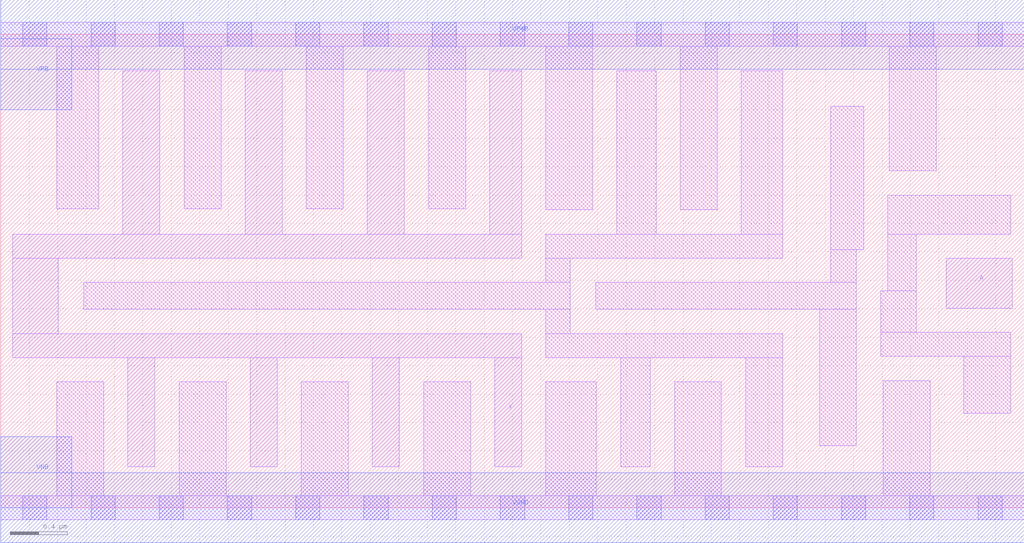
<source format=lef>
# Copyright 2020 The SkyWater PDK Authors
#
# Licensed under the Apache License, Version 2.0 (the "License");
# you may not use this file except in compliance with the License.
# You may obtain a copy of the License at
#
#     https://www.apache.org/licenses/LICENSE-2.0
#
# Unless required by applicable law or agreed to in writing, software
# distributed under the License is distributed on an "AS IS" BASIS,
# WITHOUT WARRANTIES OR CONDITIONS OF ANY KIND, either express or implied.
# See the License for the specific language governing permissions and
# limitations under the License.
#
# SPDX-License-Identifier: Apache-2.0

VERSION 5.5 ;
NAMESCASESENSITIVE ON ;
BUSBITCHARS "[]" ;
DIVIDERCHAR "/" ;
MACRO sky130_fd_sc_lp__bufbuf_8
  CLASS CORE ;
  SOURCE USER ;
  ORIGIN  0.000000  0.000000 ;
  SIZE  7.200000 BY  3.330000 ;
  SYMMETRY X Y R90 ;
  SITE unit ;
  PIN A
    ANTENNAGATEAREA  0.159000 ;
    DIRECTION INPUT ;
    USE SIGNAL ;
    PORT
      LAYER li1 ;
        RECT 6.650000 1.405000 7.115000 1.755000 ;
    END
  END A
  PIN X
    ANTENNADIFFAREA  2.352000 ;
    DIRECTION OUTPUT ;
    USE SIGNAL ;
    PORT
      LAYER li1 ;
        RECT 0.085000 1.055000 3.665000 1.225000 ;
        RECT 0.085000 1.225000 0.405000 1.755000 ;
        RECT 0.085000 1.755000 3.665000 1.925000 ;
        RECT 0.860000 1.925000 1.120000 3.075000 ;
        RECT 0.895000 0.290000 1.085000 1.055000 ;
        RECT 1.720000 1.925000 1.980000 3.075000 ;
        RECT 1.755000 0.290000 1.945000 1.055000 ;
        RECT 2.580000 1.925000 2.840000 3.075000 ;
        RECT 2.615000 0.290000 2.805000 1.055000 ;
        RECT 3.440000 1.925000 3.665000 3.075000 ;
        RECT 3.475000 0.290000 3.665000 1.055000 ;
    END
  END X
  PIN VGND
    DIRECTION INOUT ;
    USE GROUND ;
    PORT
      LAYER met1 ;
        RECT 0.000000 -0.245000 7.200000 0.245000 ;
    END
  END VGND
  PIN VNB
    DIRECTION INOUT ;
    USE GROUND ;
    PORT
      LAYER met1 ;
        RECT 0.000000 0.000000 0.500000 0.500000 ;
    END
  END VNB
  PIN VPB
    DIRECTION INOUT ;
    USE POWER ;
    PORT
      LAYER met1 ;
        RECT 0.000000 2.800000 0.500000 3.300000 ;
    END
  END VPB
  PIN VPWR
    DIRECTION INOUT ;
    USE POWER ;
    PORT
      LAYER met1 ;
        RECT 0.000000 3.085000 7.200000 3.575000 ;
    END
  END VPWR
  OBS
    LAYER li1 ;
      RECT 0.000000 -0.085000 7.200000 0.085000 ;
      RECT 0.000000  3.245000 7.200000 3.415000 ;
      RECT 0.395000  0.085000 0.725000 0.885000 ;
      RECT 0.395000  2.105000 0.690000 3.245000 ;
      RECT 0.585000  1.395000 4.005000 1.585000 ;
      RECT 1.255000  0.085000 1.585000 0.885000 ;
      RECT 1.290000  2.105000 1.550000 3.245000 ;
      RECT 2.115000  0.085000 2.445000 0.885000 ;
      RECT 2.150000  2.105000 2.410000 3.245000 ;
      RECT 2.975000  0.085000 3.305000 0.885000 ;
      RECT 3.010000  2.105000 3.270000 3.245000 ;
      RECT 3.835000  0.085000 4.190000 0.885000 ;
      RECT 3.835000  1.055000 5.500000 1.225000 ;
      RECT 3.835000  1.225000 4.005000 1.395000 ;
      RECT 3.835000  1.585000 4.005000 1.755000 ;
      RECT 3.835000  1.755000 5.500000 1.925000 ;
      RECT 3.835000  2.095000 4.165000 3.245000 ;
      RECT 4.185000  1.395000 6.020000 1.585000 ;
      RECT 4.335000  1.925000 4.610000 3.075000 ;
      RECT 4.360000  0.290000 4.570000 1.055000 ;
      RECT 4.740000  0.085000 5.070000 0.885000 ;
      RECT 4.780000  2.095000 5.040000 3.245000 ;
      RECT 5.210000  1.925000 5.500000 3.075000 ;
      RECT 5.240000  0.290000 5.500000 1.055000 ;
      RECT 5.760000  0.435000 6.020000 1.395000 ;
      RECT 5.840000  1.585000 6.020000 1.815000 ;
      RECT 5.840000  1.815000 6.070000 2.825000 ;
      RECT 6.190000  1.065000 7.105000 1.235000 ;
      RECT 6.190000  1.235000 6.440000 1.525000 ;
      RECT 6.210000  0.085000 6.540000 0.895000 ;
      RECT 6.240000  1.525000 6.440000 1.925000 ;
      RECT 6.240000  1.925000 7.105000 2.200000 ;
      RECT 6.250000  2.370000 6.580000 3.245000 ;
      RECT 6.775000  0.665000 7.105000 1.065000 ;
    LAYER mcon ;
      RECT 0.155000 -0.085000 0.325000 0.085000 ;
      RECT 0.155000  3.245000 0.325000 3.415000 ;
      RECT 0.635000 -0.085000 0.805000 0.085000 ;
      RECT 0.635000  3.245000 0.805000 3.415000 ;
      RECT 1.115000 -0.085000 1.285000 0.085000 ;
      RECT 1.115000  3.245000 1.285000 3.415000 ;
      RECT 1.595000 -0.085000 1.765000 0.085000 ;
      RECT 1.595000  3.245000 1.765000 3.415000 ;
      RECT 2.075000 -0.085000 2.245000 0.085000 ;
      RECT 2.075000  3.245000 2.245000 3.415000 ;
      RECT 2.555000 -0.085000 2.725000 0.085000 ;
      RECT 2.555000  3.245000 2.725000 3.415000 ;
      RECT 3.035000 -0.085000 3.205000 0.085000 ;
      RECT 3.035000  3.245000 3.205000 3.415000 ;
      RECT 3.515000 -0.085000 3.685000 0.085000 ;
      RECT 3.515000  3.245000 3.685000 3.415000 ;
      RECT 3.995000 -0.085000 4.165000 0.085000 ;
      RECT 3.995000  3.245000 4.165000 3.415000 ;
      RECT 4.475000 -0.085000 4.645000 0.085000 ;
      RECT 4.475000  3.245000 4.645000 3.415000 ;
      RECT 4.955000 -0.085000 5.125000 0.085000 ;
      RECT 4.955000  3.245000 5.125000 3.415000 ;
      RECT 5.435000 -0.085000 5.605000 0.085000 ;
      RECT 5.435000  3.245000 5.605000 3.415000 ;
      RECT 5.915000 -0.085000 6.085000 0.085000 ;
      RECT 5.915000  3.245000 6.085000 3.415000 ;
      RECT 6.395000 -0.085000 6.565000 0.085000 ;
      RECT 6.395000  3.245000 6.565000 3.415000 ;
      RECT 6.875000 -0.085000 7.045000 0.085000 ;
      RECT 6.875000  3.245000 7.045000 3.415000 ;
  END
END sky130_fd_sc_lp__bufbuf_8
END LIBRARY

</source>
